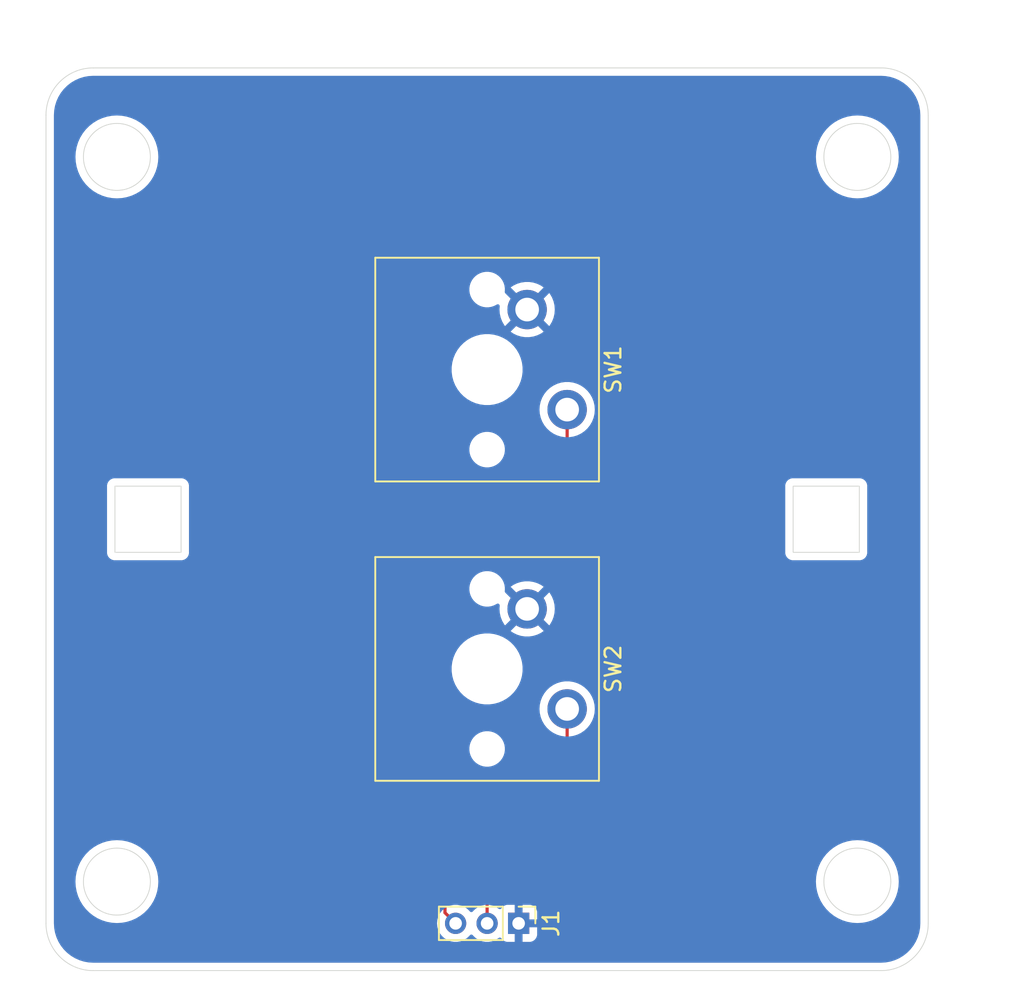
<source format=kicad_pcb>
(kicad_pcb (version 20240108) (generator "pcbnew") (generator_version "8.0")
  (layers (0 "F.Cu" signal) (31 "B.Cu" signal) (34 "B.Paste" user) (35 "F.Paste" user) (36 "B.SilkS" user "B.Silkscreen") (37 "F.SilkS" user "F.Silkscreen") (38 "B.Mask" user) (39 "F.Mask" user) (44 "Edge.Cuts" user))
  (net 0 "")
  (net 1 "GND")
  (net 2 "/Up")
  (net 3 "/Down")
  (footprint "Connector_PinHeader_2.00mm:PinHeader_1x03_P2.00mm_Vertical" (layer "F.Cu") (at 151.92 127.61 -90)
    (property "Reference" "J1" (at 0 -2.06 90) (layer "F.SilkS"))
    (property "Value" "Conn_01x03")
    (fp_line (start -1.06 5.06) (end 1.06 5.06) (stroke (width 0.12)) (layer "F.SilkS"))
    (fp_line (start -1.06 1) (end -1.06 5.06) (stroke (width 0.12)) (layer "F.SilkS"))
    (fp_line (start -1.06 1) (end 1.06 1) (stroke (width 0.12)) (layer "F.SilkS"))
    (fp_line (start 1.06 1) (end 1.06 5.06) (stroke (width 0.12)) (layer "F.SilkS"))
    (fp_line (start -1.06 0) (end -1.06 -1.06) (stroke (width 0.12)) (layer "F.SilkS"))
    (fp_line (start -1.06 -1.06) (end 0 -1.06) (stroke (width 0.12)) (layer "F.SilkS"))
    (pad "1" thru_hole rect (at 0 0 270) (size 1.35 1.35) (drill 0.8) (layers "*.Cu" "*.Mask") (net 1 "GND"))
    (pad "2" thru_hole oval (at 0 2 270) (size 1.35 1.35) (drill 0.8) (layers "*.Cu" "*.Mask") (net 3 "/Down"))
    (pad "3" thru_hole oval (at 0 4 270) (size 1.35 1.35) (drill 0.8) (layers "*.Cu" "*.Mask") (net 2 "/Up"))
  )
  (footprint "ScottoKeebs_MX:MX_PCB" (layer "F.Cu") (at 149.92 111.46 -90)
    (property "Reference" "SW2" (at 0 -8 90) (layer "F.SilkS"))
    (property "Value" "STRUM_DOWN")
    (fp_line (start -7.1 7.1) (end 7.1 7.1) (stroke (width 0.12)) (layer "F.SilkS"))
    (fp_line (start 7.1 7.1) (end 7.1 -7.1) (stroke (width 0.12)) (layer "F.SilkS"))
    (fp_line (start -7.1 -7.1) (end -7.1 7.1) (stroke (width 0.12)) (layer "F.SilkS"))
    (fp_line (start 7.1 -7.1) (end -7.1 -7.1) (stroke (width 0.12)) (layer "F.SilkS"))
    (pad "" np_thru_hole circle (at -5.08 0 270) (size 1.75 1.75) (drill 1.75) (layers "*.Cu" "*.Mask"))
    (pad "" np_thru_hole circle (at 0 0 270) (size 4 4) (drill 4) (layers "*.Cu" "*.Mask"))
    (pad "" np_thru_hole circle (at 5.08 0 270) (size 1.75 1.75) (drill 1.75) (layers "*.Cu" "*.Mask"))
    (pad "1" thru_hole circle (at -3.81 -2.54 270) (size 2.5 2.5) (drill 1.5) (layers "*.Cu" "*.Mask") (net 1 "GND"))
    (pad "2" thru_hole circle (at 2.54 -5.08 270) (size 2.5 2.5) (drill 1.5) (layers "*.Cu" "*.Mask") (net 3 "/Down"))
  )
  (footprint "ScottoKeebs_MX:MX_PCB" (layer "F.Cu") (at 149.92 92.46 -90)
    (property "Reference" "SW1" (at 0 -8 90) (layer "F.SilkS"))
    (property "Value" "STRUM_UP")
    (fp_line (start -7.1 7.1) (end 7.1 7.1) (stroke (width 0.12)) (layer "F.SilkS"))
    (fp_line (start 7.1 7.1) (end 7.1 -7.1) (stroke (width 0.12)) (layer "F.SilkS"))
    (fp_line (start -7.1 -7.1) (end -7.1 7.1) (stroke (width 0.12)) (layer "F.SilkS"))
    (fp_line (start 7.1 -7.1) (end -7.1 -7.1) (stroke (width 0.12)) (layer "F.SilkS"))
    (pad "" np_thru_hole circle (at -5.08 0 270) (size 1.75 1.75) (drill 1.75) (layers "*.Cu" "*.Mask"))
    (pad "" np_thru_hole circle (at 0 0 270) (size 4 4) (drill 4) (layers "*.Cu" "*.Mask"))
    (pad "" np_thru_hole circle (at 5.08 0 270) (size 1.75 1.75) (drill 1.75) (layers "*.Cu" "*.Mask"))
    (pad "1" thru_hole circle (at -3.81 -2.54 270) (size 2.5 2.5) (drill 1.5) (layers "*.Cu" "*.Mask") (net 1 "GND"))
    (pad "2" thru_hole circle (at 2.54 -5.08 270) (size 2.5 2.5) (drill 1.5) (layers "*.Cu" "*.Mask") (net 2 "/Up"))
  )
  (gr_circle (center 173.42 78.96) (end 175.545 78.96) (stroke (width 0.05)) (fill none) (layer "Edge.Cuts"))
  (gr_circle (center 126.42 124.96) (end 128.545 124.96) (stroke (width 0.05)) (fill none) (layer "Edge.Cuts"))
  (gr_arc (start 124.92 130.61) (mid 122.79868 129.73132) (end 121.92 127.61) (stroke (width 0.05)) (layer "Edge.Cuts"))
  (gr_line (start 121.92 127.61) (end 121.92 76.31) (stroke (width 0.05)) (layer "Edge.Cuts"))
  (gr_rect (start 169.345 99.86) (end 173.545 104.06) (stroke (width 0.05)) (fill none) (layer "Edge.Cuts"))
  (gr_line (start 124.92 73.31) (end 174.92 73.31) (stroke (width 0.05)) (layer "Edge.Cuts"))
  (gr_rect (start 126.295 99.86) (end 130.495 104.06) (stroke (width 0.05)) (fill none) (layer "Edge.Cuts"))
  (gr_circle (center 126.42 78.96) (end 128.545 78.96) (stroke (width 0.05)) (fill none) (layer "Edge.Cuts"))
  (gr_line (start 177.92 76.31) (end 177.92 127.61) (stroke (width 0.05)) (layer "Edge.Cuts"))
  (gr_arc (start 177.92 127.61) (mid 177.04132 129.73132) (end 174.92 130.61) (stroke (width 0.05)) (layer "Edge.Cuts"))
  (gr_circle (center 173.42 124.96) (end 175.545 124.96) (stroke (width 0.05)) (fill none) (layer "Edge.Cuts"))
  (gr_arc (start 174.92 73.31) (mid 177.04132 74.18868) (end 177.92 76.31) (stroke (width 0.05)) (layer "Edge.Cuts"))
  (gr_line (start 174.92 130.61) (end 124.92 130.61) (stroke (width 0.05)) (layer "Edge.Cuts"))
  (gr_arc (start 121.92 76.31) (mid 122.79868 74.18868) (end 124.92 73.31) (stroke (width 0.05)) (layer "Edge.Cuts"))
  (segment (start 153.5 101.5) (end 155 100) (width 0.2) (layer "F.Cu") (net 2))
  (segment (start 149 101.5) (end 153.5 101.5) (width 0.2) (layer "F.Cu") (net 2))
  (segment (start 147.92 127.61) (end 147.245 126.935) (width 0.2) (layer "F.Cu") (net 2))
  (segment (start 155 100) (end 155 95) (width 0.2) (layer "F.Cu") (net 2))
  (segment (start 147.245 126.935) (end 147.245 103.255) (width 0.2) (layer "F.Cu") (net 2))
  (segment (start 147.245 103.255) (end 149 101.5) (width 0.2) (layer "F.Cu") (net 2))
  (segment (start 149.92 127.61) (end 149.92 123.58) (width 0.2) (layer "F.Cu") (net 3))
  (segment (start 149.92 123.58) (end 155 118.5) (width 0.2) (layer "F.Cu") (net 3))
  (segment (start 155 118.5) (end 155 114) (width 0.2) (layer "F.Cu") (net 3))
  (zone (net 1) (net_name "GND") (layer "B.Cu") (connect_pads (clearance 0.5)) (min_thickness 0.25) (fill yes (thermal_gap 0.5) (thermal_bridge_width 0.5))
    (polygon (pts (xy 119 69) (xy 184 69) (xy 184 133) (xy 119 133)))
  )
)
</source>
